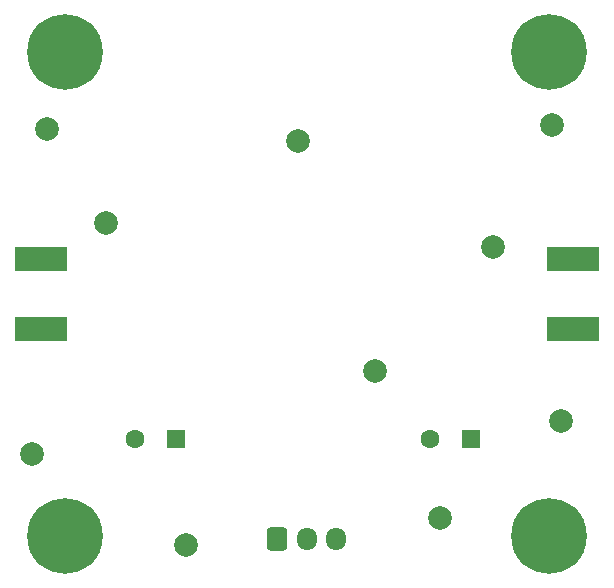
<source format=gbr>
%TF.GenerationSoftware,KiCad,Pcbnew,6.0.7-f9a2dced07~116~ubuntu20.04.1*%
%TF.CreationDate,2022-10-06T22:18:55-07:00*%
%TF.ProjectId,test-amp,74657374-2d61-46d7-902e-6b696361645f,rev?*%
%TF.SameCoordinates,Original*%
%TF.FileFunction,Soldermask,Bot*%
%TF.FilePolarity,Negative*%
%FSLAX46Y46*%
G04 Gerber Fmt 4.6, Leading zero omitted, Abs format (unit mm)*
G04 Created by KiCad (PCBNEW 6.0.7-f9a2dced07~116~ubuntu20.04.1) date 2022-10-06 22:18:55*
%MOMM*%
%LPD*%
G01*
G04 APERTURE LIST*
G04 Aperture macros list*
%AMRoundRect*
0 Rectangle with rounded corners*
0 $1 Rounding radius*
0 $2 $3 $4 $5 $6 $7 $8 $9 X,Y pos of 4 corners*
0 Add a 4 corners polygon primitive as box body*
4,1,4,$2,$3,$4,$5,$6,$7,$8,$9,$2,$3,0*
0 Add four circle primitives for the rounded corners*
1,1,$1+$1,$2,$3*
1,1,$1+$1,$4,$5*
1,1,$1+$1,$6,$7*
1,1,$1+$1,$8,$9*
0 Add four rect primitives between the rounded corners*
20,1,$1+$1,$2,$3,$4,$5,0*
20,1,$1+$1,$4,$5,$6,$7,0*
20,1,$1+$1,$6,$7,$8,$9,0*
20,1,$1+$1,$8,$9,$2,$3,0*%
G04 Aperture macros list end*
%ADD10C,2.000000*%
%ADD11R,4.500000X2.000000*%
%ADD12C,6.400000*%
%ADD13C,0.800000*%
%ADD14RoundRect,0.250000X-0.600000X-0.725000X0.600000X-0.725000X0.600000X0.725000X-0.600000X0.725000X0*%
%ADD15O,1.700000X1.950000*%
%ADD16R,1.600000X1.600000*%
%ADD17C,1.600000*%
G04 APERTURE END LIST*
D10*
%TO.C,TP10*%
X186250000Y-119000000D03*
%TD*%
%TO.C,TP9*%
X164750000Y-121250000D03*
%TD*%
%TO.C,TP8*%
X190750000Y-96000000D03*
%TD*%
%TO.C,TP7*%
X195750000Y-85650000D03*
%TD*%
%TO.C,TP6*%
X152950000Y-86050000D03*
%TD*%
%TO.C,TP5*%
X196500000Y-110750000D03*
%TD*%
%TO.C,TP4*%
X151750000Y-113500000D03*
%TD*%
%TO.C,TP3*%
X174250000Y-87000000D03*
%TD*%
%TO.C,TP2*%
X180750000Y-106500000D03*
%TD*%
%TO.C,TP1*%
X158000000Y-94000000D03*
%TD*%
D11*
%TO.C,J7*%
X197500000Y-102975000D03*
X197500000Y-97025000D03*
%TD*%
D12*
%TO.C,J6*%
X195500000Y-120500000D03*
D13*
X198000000Y-120500000D03*
X197250000Y-118750000D03*
X195500000Y-118000000D03*
X193000000Y-120500000D03*
X195500000Y-123000000D03*
X193750000Y-122250000D03*
X193750000Y-118750000D03*
X197250000Y-122250000D03*
%TD*%
D12*
%TO.C,J5*%
X154500000Y-120500000D03*
D13*
X157000000Y-120500000D03*
X156250000Y-118750000D03*
X154500000Y-118000000D03*
X152000000Y-120500000D03*
X154500000Y-123000000D03*
X152750000Y-122250000D03*
X152750000Y-118750000D03*
X156250000Y-122250000D03*
%TD*%
D12*
%TO.C,J4*%
X195500000Y-79500000D03*
D13*
X198000000Y-79500000D03*
X197250000Y-77750000D03*
X195500000Y-77000000D03*
X193000000Y-79500000D03*
X195500000Y-82000000D03*
X193750000Y-81250000D03*
X193750000Y-77750000D03*
X197250000Y-81250000D03*
%TD*%
D12*
%TO.C,J3*%
X154500000Y-79500000D03*
D13*
X157000000Y-79500000D03*
X156250000Y-77750000D03*
X154500000Y-77000000D03*
X152000000Y-79500000D03*
X154500000Y-82000000D03*
X152750000Y-81250000D03*
X152750000Y-77750000D03*
X156250000Y-81250000D03*
%TD*%
D14*
%TO.C,J2*%
X172500000Y-120750000D03*
D15*
X175000000Y-120750000D03*
X177500000Y-120750000D03*
%TD*%
D11*
%TO.C,J1*%
X152500000Y-97025000D03*
X152500000Y-102975000D03*
%TD*%
D16*
%TO.C,C2*%
X188902651Y-112250000D03*
D17*
X185402651Y-112250000D03*
%TD*%
D16*
%TO.C,C1*%
X163902651Y-112250000D03*
D17*
X160402651Y-112250000D03*
%TD*%
M02*

</source>
